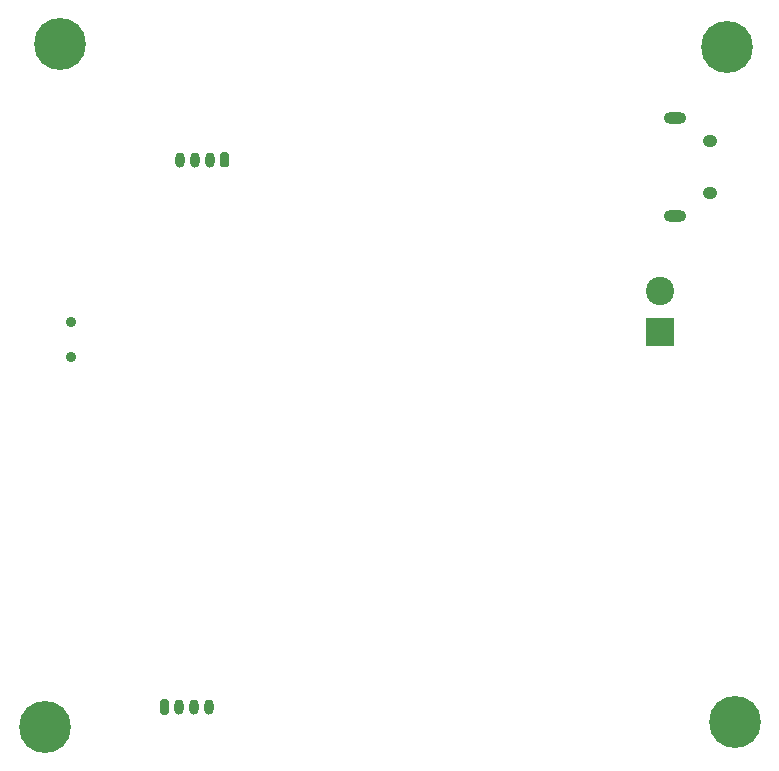
<source format=gbr>
%TF.GenerationSoftware,KiCad,Pcbnew,(5.1.9)-1*%
%TF.CreationDate,2021-05-06T02:52:03-06:00*%
%TF.ProjectId,stm32 design,73746d33-3220-4646-9573-69676e2e6b69,rev?*%
%TF.SameCoordinates,Original*%
%TF.FileFunction,Soldermask,Bot*%
%TF.FilePolarity,Negative*%
%FSLAX46Y46*%
G04 Gerber Fmt 4.6, Leading zero omitted, Abs format (unit mm)*
G04 Created by KiCad (PCBNEW (5.1.9)-1) date 2021-05-06 02:52:03*
%MOMM*%
%LPD*%
G01*
G04 APERTURE LIST*
%ADD10O,1.250000X1.050000*%
%ADD11O,1.900000X1.000000*%
%ADD12C,0.700000*%
%ADD13C,4.400000*%
%ADD14R,2.400000X2.400000*%
%ADD15C,2.400000*%
%ADD16O,0.800000X1.300000*%
%ADD17C,0.900000*%
G04 APERTURE END LIST*
D10*
%TO.C,J2*%
X168100000Y-58100000D03*
X168100000Y-62550000D03*
D11*
X165100000Y-56150000D03*
X165100000Y-64500000D03*
%TD*%
D12*
%TO.C,H1*%
X112926726Y-106528274D03*
X111760000Y-106045000D03*
X110593274Y-106528274D03*
X110110000Y-107695000D03*
X110593274Y-108861726D03*
X111760000Y-109345000D03*
X112926726Y-108861726D03*
X113410000Y-107695000D03*
D13*
X111760000Y-107695000D03*
%TD*%
%TO.C,H2*%
X169545000Y-50165000D03*
D12*
X171195000Y-50165000D03*
X170711726Y-51331726D03*
X169545000Y-51815000D03*
X168378274Y-51331726D03*
X167895000Y-50165000D03*
X168378274Y-48998274D03*
X169545000Y-48515000D03*
X170711726Y-48998274D03*
%TD*%
%TO.C,H3*%
X114196726Y-48743274D03*
X113030000Y-48260000D03*
X111863274Y-48743274D03*
X111380000Y-49910000D03*
X111863274Y-51076726D03*
X113030000Y-51560000D03*
X114196726Y-51076726D03*
X114680000Y-49910000D03*
D13*
X113030000Y-49910000D03*
%TD*%
%TO.C,H4*%
X170180000Y-107315000D03*
D12*
X171830000Y-107315000D03*
X171346726Y-108481726D03*
X170180000Y-108965000D03*
X169013274Y-108481726D03*
X168530000Y-107315000D03*
X169013274Y-106148274D03*
X170180000Y-105665000D03*
X171346726Y-106148274D03*
%TD*%
D14*
%TO.C,J1*%
X163830000Y-74295000D03*
D15*
X163830000Y-70795000D03*
%TD*%
%TO.C,J4*%
G36*
G01*
X127400000Y-59240000D02*
X127400000Y-60140000D01*
G75*
G02*
X127200000Y-60340000I-200000J0D01*
G01*
X126800000Y-60340000D01*
G75*
G02*
X126600000Y-60140000I0J200000D01*
G01*
X126600000Y-59240000D01*
G75*
G02*
X126800000Y-59040000I200000J0D01*
G01*
X127200000Y-59040000D01*
G75*
G02*
X127400000Y-59240000I0J-200000D01*
G01*
G37*
D16*
X125750000Y-59690000D03*
X124500000Y-59690000D03*
X123250000Y-59690000D03*
%TD*%
%TO.C,J5*%
X125670000Y-106045000D03*
X124420000Y-106045000D03*
X123170000Y-106045000D03*
G36*
G01*
X121520000Y-106495000D02*
X121520000Y-105595000D01*
G75*
G02*
X121720000Y-105395000I200000J0D01*
G01*
X122120000Y-105395000D01*
G75*
G02*
X122320000Y-105595000I0J-200000D01*
G01*
X122320000Y-106495000D01*
G75*
G02*
X122120000Y-106695000I-200000J0D01*
G01*
X121720000Y-106695000D01*
G75*
G02*
X121520000Y-106495000I0J200000D01*
G01*
G37*
%TD*%
D17*
%TO.C,SW1*%
X113970000Y-73430000D03*
X113970000Y-76430000D03*
%TD*%
M02*

</source>
